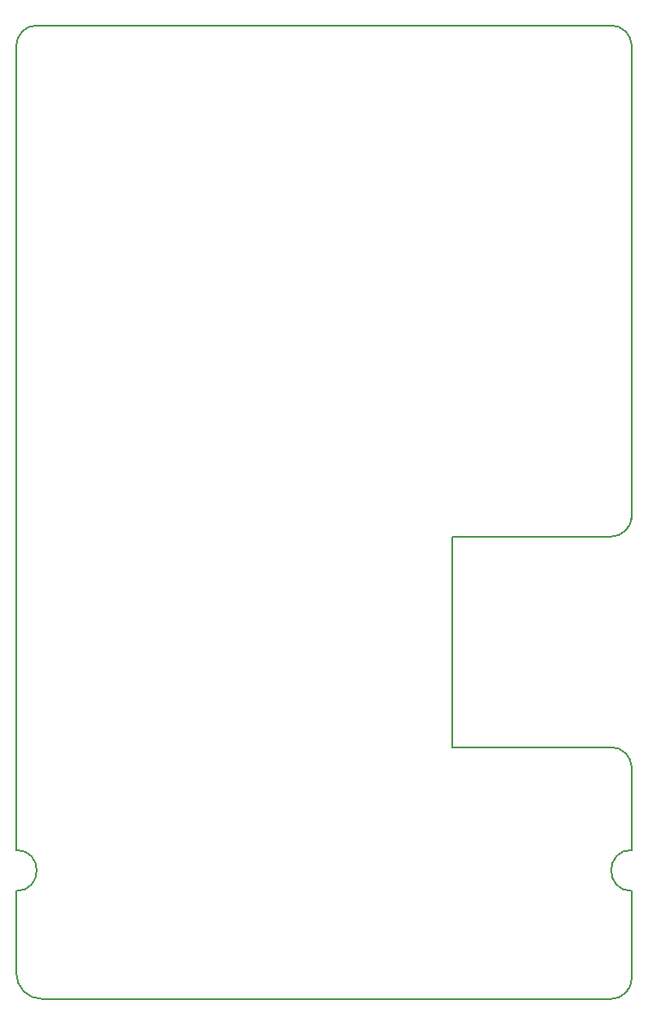
<source format=gbr>
G04 #@! TF.GenerationSoftware,KiCad,Pcbnew,(5.0.0)*
G04 #@! TF.CreationDate,2018-09-29T16:49:35-05:00*
G04 #@! TF.ProjectId,Driveboard_Hardware,4472697665626F6172645F4861726477,rev?*
G04 #@! TF.SameCoordinates,Original*
G04 #@! TF.FileFunction,Profile,NP*
%FSLAX46Y46*%
G04 Gerber Fmt 4.6, Leading zero omitted, Abs format (unit mm)*
G04 Created by KiCad (PCBNEW (5.0.0)) date 09/29/18 16:49:35*
%MOMM*%
%LPD*%
G01*
G04 APERTURE LIST*
%ADD10C,0.150000*%
G04 APERTURE END LIST*
D10*
X65532000Y-62230000D02*
X122936000Y-62230000D01*
X63754000Y-143764000D02*
X63754000Y-64262000D01*
X63754000Y-64262000D02*
G75*
G02X65786000Y-62230000I2032000J0D01*
G01*
X122682000Y-62230000D02*
G75*
G02X124714000Y-64262000I0J-2032000D01*
G01*
X63754000Y-143764000D02*
G75*
G02X63754000Y-147828000I0J-2032000D01*
G01*
X66294000Y-158496000D02*
G75*
G02X63754000Y-155956000I0J2540000D01*
G01*
X63754000Y-155956000D02*
X63754000Y-147828000D01*
X122682000Y-158496000D02*
X66294000Y-158496000D01*
X124714000Y-147828000D02*
X124714000Y-156464000D01*
X124714000Y-135636000D02*
X124714000Y-143764000D01*
X124714000Y-156464000D02*
G75*
G02X122682000Y-158496000I-2032000J0D01*
G01*
X124714000Y-147828000D02*
G75*
G02X124714000Y-143764000I0J2032000D01*
G01*
X122682000Y-133604000D02*
G75*
G02X124714000Y-135636000I0J-2032000D01*
G01*
X124714000Y-110998000D02*
X124714000Y-64262000D01*
X124714000Y-110744000D02*
G75*
G02X122682000Y-112776000I-2032000J0D01*
G01*
X106934000Y-112776000D02*
X122682000Y-112776000D01*
X106934000Y-133604000D02*
X106934000Y-112776000D01*
X122682000Y-133604000D02*
X106934000Y-133604000D01*
M02*

</source>
